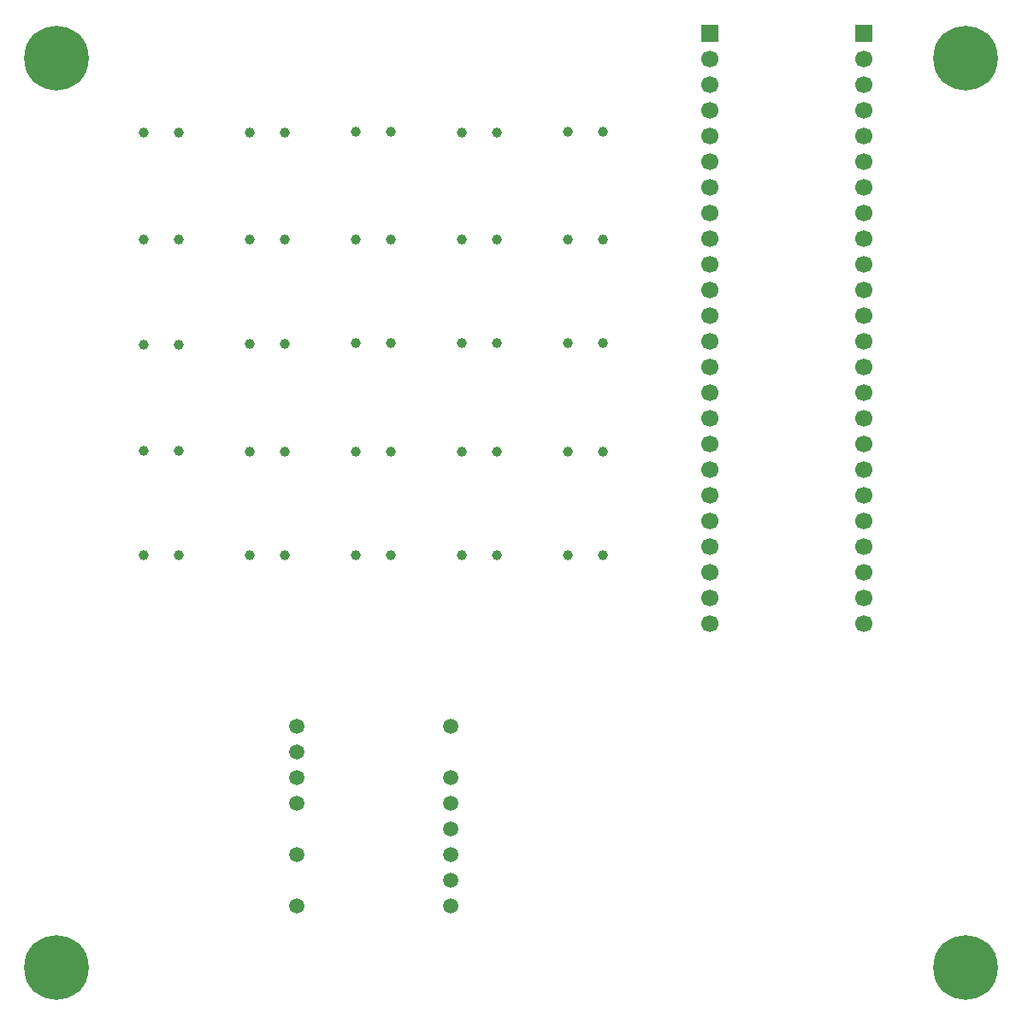
<source format=gbr>
%TF.GenerationSoftware,KiCad,Pcbnew,9.0.6*%
%TF.CreationDate,2026-02-05T23:01:48+01:00*%
%TF.ProjectId,BrakeoutBoard,4272616b-656f-4757-9442-6f6172642e6b,rev?*%
%TF.SameCoordinates,Original*%
%TF.FileFunction,Soldermask,Bot*%
%TF.FilePolarity,Negative*%
%FSLAX46Y46*%
G04 Gerber Fmt 4.6, Leading zero omitted, Abs format (unit mm)*
G04 Created by KiCad (PCBNEW 9.0.6) date 2026-02-05 23:01:48*
%MOMM*%
%LPD*%
G01*
G04 APERTURE LIST*
%ADD10C,1.000000*%
%ADD11C,0.800000*%
%ADD12C,6.400000*%
%ADD13C,1.500000*%
%ADD14C,1.700000*%
%ADD15R,1.700000X1.700000*%
G04 APERTURE END LIST*
D10*
%TO.C,U20*%
X130812500Y-81887500D03*
X134312500Y-81887500D03*
%TD*%
%TO.C,U23*%
X141312500Y-61037500D03*
X144812500Y-61037500D03*
%TD*%
%TO.C,U3*%
X99312500Y-82087500D03*
X102812500Y-82087500D03*
%TD*%
%TO.C,U26*%
X141312500Y-92637500D03*
X144812500Y-92637500D03*
%TD*%
%TO.C,U10*%
X109812500Y-102887500D03*
X113312500Y-102887500D03*
%TD*%
%TO.C,U24*%
X141312500Y-71637500D03*
X144812500Y-71637500D03*
%TD*%
%TO.C,U4*%
X99312500Y-92587500D03*
X102812500Y-92587500D03*
%TD*%
D11*
%TO.C,H3*%
X88312500Y-143700000D03*
X89015444Y-142002944D03*
X89015444Y-145397056D03*
X90712500Y-141300000D03*
D12*
X90712500Y-143700000D03*
D11*
X90712500Y-146100000D03*
X92409556Y-142002944D03*
X92409556Y-145397056D03*
X93112500Y-143700000D03*
%TD*%
D10*
%TO.C,U6*%
X109812500Y-61062500D03*
X113312500Y-61062500D03*
%TD*%
%TO.C,U13*%
X120312500Y-61037500D03*
X123812500Y-61037500D03*
%TD*%
%TO.C,U19*%
X130812500Y-71637500D03*
X134312500Y-71637500D03*
%TD*%
%TO.C,U25*%
X141312500Y-81887500D03*
X144812500Y-81887500D03*
%TD*%
%TO.C,U9*%
X109812500Y-92637500D03*
X113312500Y-92637500D03*
%TD*%
%TO.C,U22*%
X130812500Y-102887500D03*
X134312500Y-102887500D03*
%TD*%
%TO.C,U2*%
X99312500Y-71637500D03*
X102812500Y-71637500D03*
%TD*%
D11*
%TO.C,H1*%
X88312500Y-53700000D03*
X89015444Y-52002944D03*
X89015444Y-55397056D03*
X90712500Y-51300000D03*
D12*
X90712500Y-53700000D03*
D11*
X90712500Y-56100000D03*
X92409556Y-52002944D03*
X92409556Y-55397056D03*
X93112500Y-53700000D03*
%TD*%
D10*
%TO.C,U1*%
X99312500Y-61062500D03*
X102812500Y-61062500D03*
%TD*%
%TO.C,U17*%
X120312500Y-102887500D03*
X123812500Y-102887500D03*
%TD*%
%TO.C,U16*%
X120312500Y-92637500D03*
X123812500Y-92637500D03*
%TD*%
D13*
%TO.C,U12*%
X114442500Y-119810000D03*
X114442500Y-122350000D03*
X114442500Y-124890000D03*
X114442500Y-127430000D03*
X114442500Y-132510000D03*
X129682500Y-137590000D03*
X114442500Y-137590000D03*
X129682500Y-135050000D03*
X129682500Y-119810000D03*
X129682500Y-132510000D03*
X129682500Y-129970000D03*
X129682500Y-127430000D03*
X129682500Y-124890000D03*
%TD*%
D10*
%TO.C,U5*%
X99312500Y-102887500D03*
X102812500Y-102887500D03*
%TD*%
%TO.C,U8*%
X109812500Y-82037500D03*
X113312500Y-82037500D03*
%TD*%
%TO.C,U14*%
X120312500Y-71637500D03*
X123812500Y-71637500D03*
%TD*%
%TO.C,U27*%
X141312500Y-102887500D03*
X144812500Y-102887500D03*
%TD*%
%TO.C,U7*%
X109822500Y-71637500D03*
X113322500Y-71637500D03*
%TD*%
D11*
%TO.C,H4*%
X178312500Y-143700000D03*
X179015444Y-142002944D03*
X179015444Y-145397056D03*
X180712500Y-141300000D03*
D12*
X180712500Y-143700000D03*
D11*
X180712500Y-146100000D03*
X182409556Y-142002944D03*
X182409556Y-145397056D03*
X183112500Y-143700000D03*
%TD*%
%TO.C,H2*%
X178312500Y-53700000D03*
X179015444Y-52002944D03*
X179015444Y-55397056D03*
X180712500Y-51300000D03*
D12*
X180712500Y-53700000D03*
D11*
X180712500Y-56100000D03*
X182409556Y-52002944D03*
X182409556Y-55397056D03*
X183112500Y-53700000D03*
%TD*%
D10*
%TO.C,U21*%
X130812500Y-92637500D03*
X134312500Y-92637500D03*
%TD*%
%TO.C,U15*%
X120312500Y-81887500D03*
X123812500Y-81887500D03*
%TD*%
D14*
%TO.C,U11*%
X170582500Y-109670000D03*
X170582500Y-107130000D03*
X170582500Y-104590000D03*
X170582500Y-102050000D03*
X170582500Y-99510000D03*
X170582500Y-96970000D03*
X170582500Y-94430000D03*
X170582500Y-91890000D03*
X170582500Y-89350000D03*
X170582500Y-86810000D03*
X170582500Y-84270000D03*
X170582500Y-81730000D03*
X170582500Y-79190000D03*
X170582500Y-76650000D03*
X170582500Y-74110000D03*
X170582500Y-71570000D03*
X170582500Y-69030000D03*
X170582500Y-66490000D03*
X170582500Y-63950000D03*
X170582500Y-61410000D03*
X170582500Y-58870000D03*
X170582500Y-56330000D03*
X170582500Y-53790000D03*
D15*
X170582500Y-51250000D03*
X155342500Y-51250000D03*
D14*
X155342500Y-53790000D03*
X155342500Y-56330000D03*
X155342500Y-58870000D03*
X155342500Y-61410000D03*
X155342500Y-63950000D03*
X155342500Y-66490000D03*
X155342500Y-69030000D03*
X155342500Y-71570000D03*
X155342500Y-74110000D03*
X155342500Y-76650000D03*
X155342500Y-79190000D03*
X155342500Y-81730000D03*
X155342500Y-84270000D03*
X155342500Y-86810000D03*
X155342500Y-89350000D03*
X155342500Y-91890000D03*
X155342500Y-94430000D03*
X155342500Y-96970000D03*
X155342500Y-99510000D03*
X155342500Y-102050000D03*
X155342500Y-104590000D03*
X155342500Y-107130000D03*
X155342500Y-109670000D03*
%TD*%
D10*
%TO.C,U18*%
X130812500Y-61062500D03*
X134312500Y-61062500D03*
%TD*%
M02*

</source>
